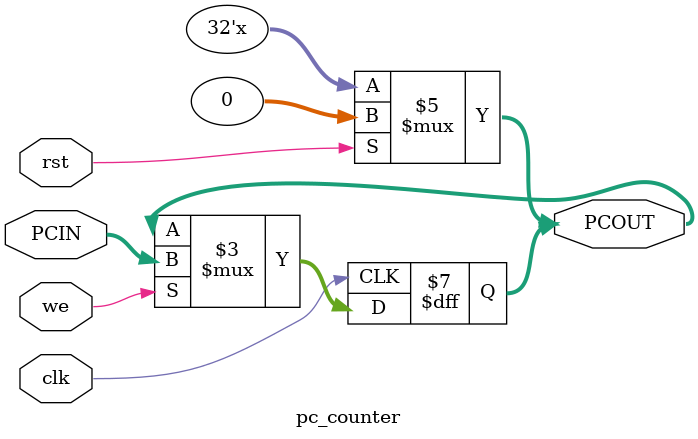
<source format=v>
`timescale 1ns / 1ps


module pc_counter #(parameter ADDRESS = 32)
                   (input wire [ADDRESS - 1 : 0] PCIN,
                    input clk, rst, we,
                    output reg [ADDRESS - 1 : 0] PCOUT);
                    
    always @ (rst) begin
        if (rst)
            PCOUT <= 0;
    end
    always @ (posedge clk) begin
        if (we)
            PCOUT <= PCIN;
    end
endmodule

</source>
